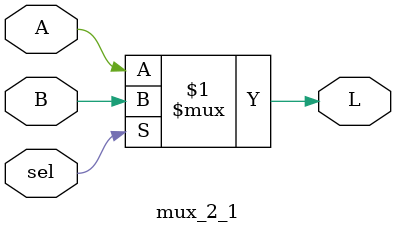
<source format=v>
/*
** mux_2_1.v
**
**
*/


module mux_2_1( input wire sel, A, B, output wire L );
		// Selecionar o input
		assign L = sel ? B : A;
endmodule

</source>
